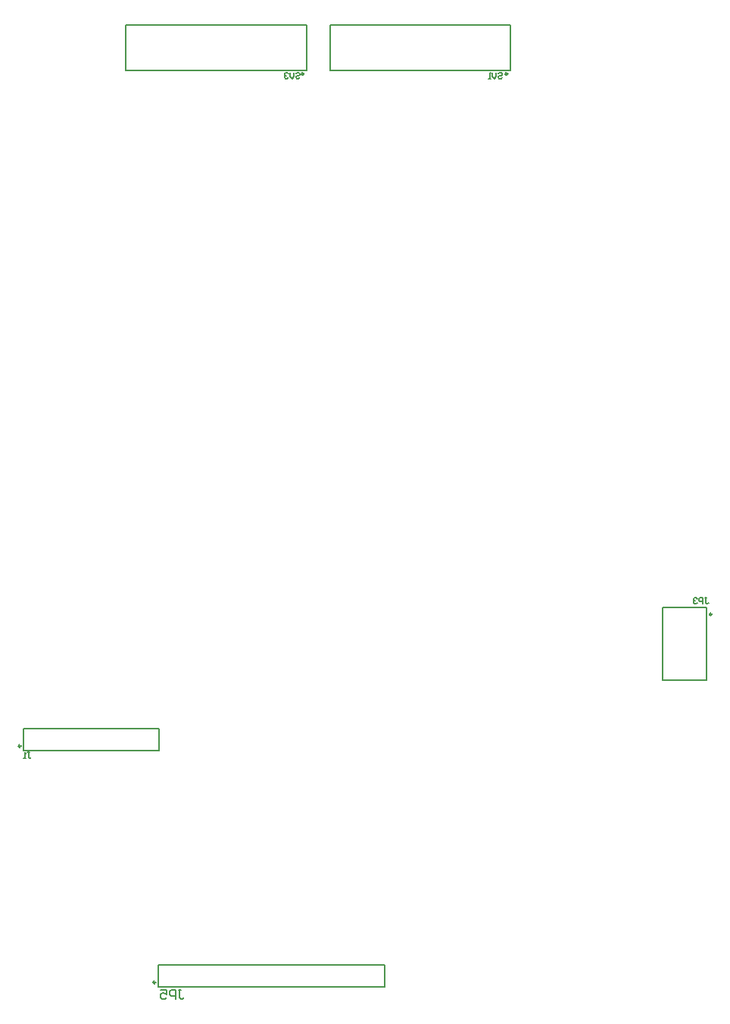
<source format=gbo>
G04*
G04 #@! TF.GenerationSoftware,Altium Limited,Altium Designer,18.1.9 (240)*
G04*
G04 Layer_Color=32896*
%FSLAX24Y24*%
%MOIN*%
G70*
G01*
G75*
%ADD10C,0.0100*%
%ADD13C,0.0079*%
%ADD17C,0.0050*%
%ADD100C,0.0059*%
D10*
X18320Y37338D02*
G03*
X18320Y37338I-48J0D01*
G01*
X11797Y-2647D02*
G03*
X11797Y-2647I-48J0D01*
G01*
X36285Y13555D02*
G03*
X36285Y13555I-48J0D01*
G01*
X27290Y37338D02*
G03*
X27290Y37338I-48J0D01*
G01*
X5866Y7755D02*
G03*
X5866Y7755I-48J0D01*
G01*
D13*
X18458Y37490D02*
Y39490D01*
X10504D02*
X18458D01*
X10504Y37490D02*
Y39490D01*
Y37490D02*
X18458D01*
X11917Y-2854D02*
X21886D01*
Y-1870D01*
X11917D02*
X21886D01*
X11917Y-2854D02*
Y-1870D01*
X36060Y10670D02*
Y13870D01*
X34110Y10670D02*
X36060D01*
X34110D02*
Y13870D01*
X36060D01*
X27428Y37490D02*
Y39490D01*
X19474D02*
X27428D01*
X19474Y37490D02*
Y39490D01*
Y37490D02*
X27428D01*
X5986Y7548D02*
X11954D01*
X5986Y8532D02*
X11954D01*
X5986Y7548D02*
Y8532D01*
X11954Y7548D02*
Y8532D01*
D17*
X6164Y7474D02*
X6247D01*
X6206D01*
Y7266D01*
X6247Y7224D01*
X6289D01*
X6331Y7266D01*
X6081Y7224D02*
X5997D01*
X6039D01*
Y7474D01*
X6081Y7433D01*
X26881Y37342D02*
X26922Y37384D01*
X27006D01*
X27047Y37342D01*
Y37300D01*
X27006Y37259D01*
X26922D01*
X26881Y37217D01*
Y37176D01*
X26922Y37134D01*
X27006D01*
X27047Y37176D01*
X26797Y37384D02*
Y37217D01*
X26714Y37134D01*
X26631Y37217D01*
Y37384D01*
X26547Y37134D02*
X26464D01*
X26506D01*
Y37384D01*
X26547Y37342D01*
X35975Y14277D02*
X36058D01*
X36017D01*
Y14069D01*
X36058Y14028D01*
X36100D01*
X36142Y14069D01*
X35892Y14028D02*
Y14277D01*
X35767D01*
X35725Y14236D01*
Y14153D01*
X35767Y14111D01*
X35892D01*
X35642Y14236D02*
X35600Y14277D01*
X35517D01*
X35475Y14236D01*
Y14194D01*
X35517Y14153D01*
X35559D01*
X35517D01*
X35475Y14111D01*
Y14069D01*
X35517Y14028D01*
X35600D01*
X35642Y14069D01*
X17975Y37342D02*
X18017Y37384D01*
X18100D01*
X18142Y37342D01*
Y37300D01*
X18100Y37259D01*
X18017D01*
X17975Y37217D01*
Y37176D01*
X18017Y37134D01*
X18100D01*
X18142Y37176D01*
X17892Y37384D02*
Y37217D01*
X17809Y37134D01*
X17725Y37217D01*
Y37384D01*
X17642Y37342D02*
X17600Y37384D01*
X17517D01*
X17475Y37342D01*
Y37300D01*
X17517Y37259D01*
X17559D01*
X17517D01*
X17475Y37217D01*
Y37176D01*
X17517Y37134D01*
X17600D01*
X17642Y37176D01*
D100*
X12805Y-2980D02*
X12936D01*
X12870D01*
Y-3308D01*
X12936Y-3374D01*
X13001D01*
X13067Y-3308D01*
X12673Y-3374D02*
Y-2980D01*
X12477D01*
X12411Y-3046D01*
Y-3177D01*
X12477Y-3243D01*
X12673D01*
X12017Y-2980D02*
X12280D01*
Y-3177D01*
X12149Y-3112D01*
X12083D01*
X12017Y-3177D01*
Y-3308D01*
X12083Y-3374D01*
X12214D01*
X12280Y-3308D01*
M02*

</source>
